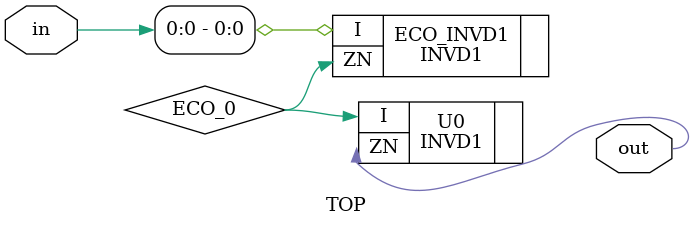
<source format=v>

module TOP( in, out );

    output out;
    input  [  1: 0 ] in;

    wire ECO_0;

    INVD1 ECO_INVD1( .I( in[0] ), .ZN( ECO_0 ) );
    INVD1 U0( .I( ECO_0 ), .ZN( out[0] ) );
    INVD1 U1( .I( in[1] ), .ZN( out[1] ) );
endmodule

</source>
